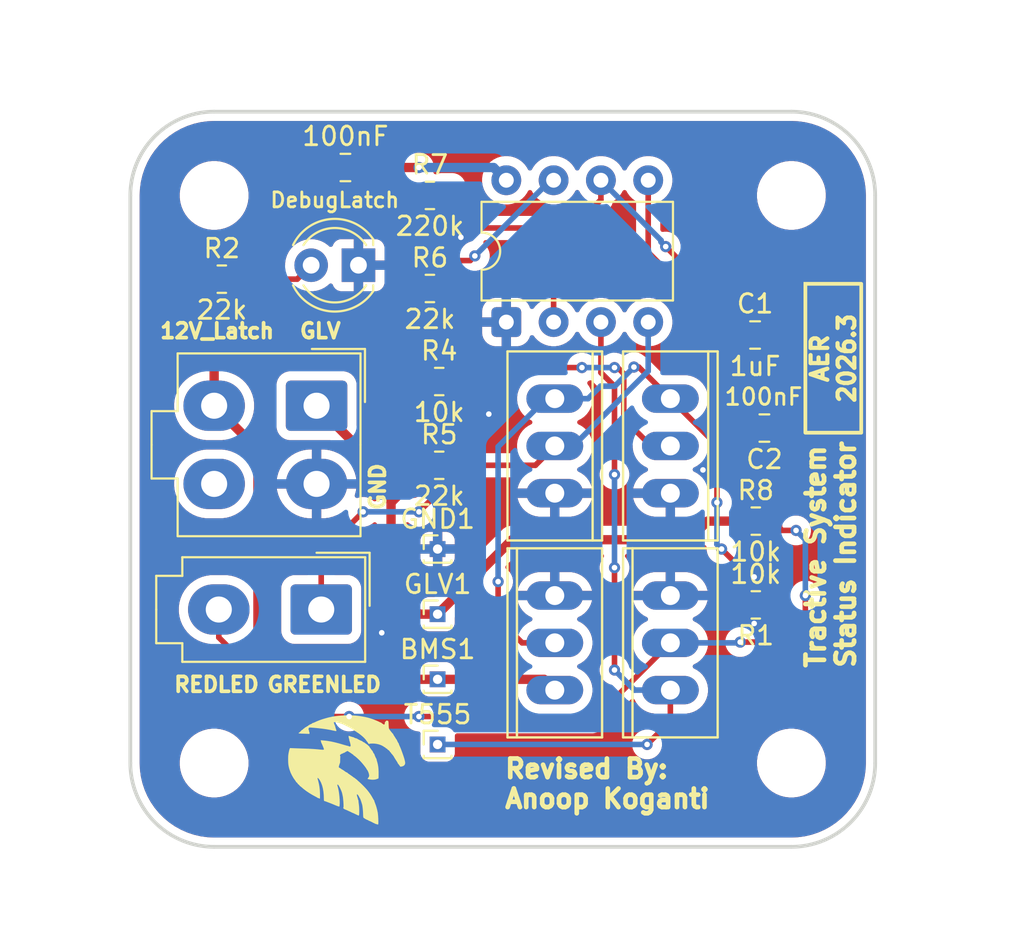
<source format=kicad_pcb>
(kicad_pcb (version 20241229) (generator "pcbnew") (generator_version "9.0")
  (layers (0 "F.Cu" signal) (2 "B.Cu" signal) (13 "F.Paste" user) (15 "B.Paste" user) (5 "F.SilkS" user "F.Silkscreen") (7 "B.SilkS" user "B.Silkscreen") (1 "F.Mask" user) (3 "B.Mask" user) (25 "Edge.Cuts" user))
  (net 0 "")
  (net 1 "Latch_12V_Safe")
  (net 2 "GND")
  (net 3 "Net-(U1-THR)")
  (net 4 "Net-(U1-CV)")
  (net 5 "GLV")
  (net 6 "GREEN_LED")
  (net 7 "RED_LED")
  (net 8 "Net-(Q1-PadIN)")
  (net 9 "Net-(D1-A)")
  (net 10 "Net-(U1-R)")
  (net 11 "Net-(U1-DIS)")
  (net 12 "Net-(T555-Pin_1)")
  (footprint "Anteater-Electric-Racing electrical-pcbs main TSSI-2026.2_KiCad_Parts_IRLZ34N:TO-220_2_" (layer "F.Cu") (at 68.5 71.46 -90)
    (property "Reference" "Q1")
    (property "Value" "IRLZ34N")
    (pad "GND" thru_hole oval (at 0 0 270) (size 1.524 3.048) (drill 1.016) (layers "*.Cu" "*.Mask") (net 6 "GREEN_LED"))
    (pad "IN" thru_hole oval (at -2.54 0 270) (size 1.524 3.048) (drill 1.016) (layers "*.Cu" "*.Mask") (net 8 "Net-(Q1-PadIN)"))
    (pad "OUT" thru_hole oval (at 2.54 0 270) (size 1.524 3.048) (drill 1.016) (layers "*.Cu" "*.Mask") (net 2 "GND"))
  )
  (footprint "Resistor_SMD:R_0805_2012Metric" (layer "F.Cu") (at 56.0875 72.5)
    (property "Reference" "R5" (at 0 -1.65 0) (layer "F.SilkS"))
    (property "Value" "22k" (at 0 1.65 0) (layer "F.SilkS"))
    (pad "1" smd roundrect (at -0.9125 0) (size 1.025 1.4) (layers "F.Cu" "F.Mask" "F.Paste") (roundrect_rratio 0.243902) (net 5 "GLV"))
    (pad "2" smd roundrect (at 0.9125 0) (size 1.025 1.4) (layers "F.Cu" "F.Mask" "F.Paste") (roundrect_rratio 0.243902) (net 10 "Net-(U1-R)"))
  )
  (footprint "Connector_PinHeader_1.00mm:PinHeader_1x01_P1.00mm_Vertical" (layer "F.Cu") (at 56 84)
    (property "Reference" "BMS1" (at 0 -1.61 0) (layer "F.SilkS"))
    (property "Value" "TestBMS")
    (pad "1" thru_hole rect (at 0 0) (size 0.85 0.85) (drill 0.5) (layers "*.Cu" "*.Mask") (net 1 "Latch_12V_Safe"))
  )
  (footprint "Connector_Molex:Molex_Mini-Fit_Jr_5566-04A2_2x02_P4.20mm_Vertical" (layer "F.Cu") (at 49.5 69.3 -90)
    (property "Reference" "J1" (hide yes))
    (property "Value" "Conn_02x02")
    (pad "1" thru_hole roundrect (at 0 0 270) (size 2.7 3.3) (drill 1.4) (layers "*.Cu" "*.Mask") (roundrect_rratio 0.092593) (net 5 "GLV"))
    (pad "2" thru_hole oval (at 4.2 0 270) (size 2.7 3.3) (drill 1.4) (layers "*.Cu" "*.Mask") (net 2 "GND"))
    (pad "3" thru_hole oval (at 0 5.5 270) (size 2.7 3.3) (drill 1.4) (layers "*.Cu" "*.Mask") (net 1 "Latch_12V_Safe"))
    (pad "4" thru_hole oval (at 4.2 5.5 270) (size 2.7 3.3) (drill 1.4) (layers "*.Cu" "*.Mask"))
  )
  (footprint "Resistor_SMD:R_0805_2012Metric" (layer "F.Cu") (at 56.0875 68)
    (property "Reference" "R4" (at 0 -1.65 0) (layer "F.SilkS"))
    (property "Value" "10k" (at 0 1.65 0) (layer "F.SilkS"))
    (pad "1" smd roundrect (at -0.9125 0) (size 1.025 1.4) (layers "F.Cu" "F.Mask" "F.Paste") (roundrect_rratio 0.243902) (net 5 "GLV"))
    (pad "2" smd roundrect (at 0.9125 0) (size 1.025 1.4) (layers "F.Cu" "F.Mask" "F.Paste") (roundrect_rratio 0.243902) (net 6 "GREEN_LED"))
  )
  (footprint "Anteater-Electric-Racing electrical-pcbs main TSSI-2026.2_KiCad_Parts_IRLZ34N:TO-220_2_" (layer "F.Cu") (at 68.5 82.04 90)
    (property "Reference" "U3")
    (property "Value" "IRLZ34N")
    (pad "GND" thru_hole oval (at 0 0 90) (size 1.524 3.048) (drill 1.016) (layers "*.Cu" "*.Mask") (net 7 "RED_LED"))
    (pad "IN" thru_hole oval (at -2.54 0 90) (size 1.524 3.048) (drill 1.016) (layers "*.Cu" "*.Mask") (net 12 "Net-(T555-Pin_1)"))
    (pad "OUT" thru_hole oval (at 2.54 0 90) (size 1.524 3.048) (drill 1.016) (layers "*.Cu" "*.Mask") (net 2 "GND"))
  )
  (footprint "Resistor_SMD:R_0805_2012Metric" (layer "F.Cu") (at 55.5875 58)
    (property "Reference" "R7" (at 0 -1.65 0) (layer "F.SilkS"))
    (property "Value" "220k" (at 0 1.65 0) (layer "F.SilkS"))
    (pad "1" smd roundrect (at -0.9125 0) (size 1.025 1.4) (layers "F.Cu" "F.Mask" "F.Paste") (roundrect_rratio 0.243902) (net 11 "Net-(U1-DIS)"))
    (pad "2" smd roundrect (at 0.9125 0) (size 1.025 1.4) (layers "F.Cu" "F.Mask" "F.Paste") (roundrect_rratio 0.243902) (net 3 "Net-(U1-THR)"))
  )
  (footprint "LOGO" (layer "F.Cu") (at 51 89)
    (property "Reference" "G***" (hide yes))
    (property "Value" "LOGO" (hide yes))
  )
  (footprint "MountingHole:MountingHole_3.2mm_M3" (layer "F.Cu") (at 44 58)
    (property "Reference" "H4")
    (property "Value" "MountingHole")
    (pad "" np_thru_hole circle (at 0 0) (size 3.2 3.2) (drill 3.2) (layers "*.Cu" "*.Mask"))
  )
  (footprint "Resistor_SMD:R_0805_2012Metric" (layer "F.Cu") (at 73.0875 80 180)
    (property "Reference" "R1" (at 0 -1.65 0) (layer "F.SilkS"))
    (property "Value" "10k" (at 0 1.65 0) (layer "F.SilkS"))
    (pad "1" smd roundrect (at -0.9125 0 180) (size 1.025 1.4) (layers "F.Cu" "F.Mask" "F.Paste") (roundrect_rratio 0.243902) (net 5 "GLV"))
    (pad "2" smd roundrect (at 0.9125 0 180) (size 1.025 1.4) (layers "F.Cu" "F.Mask" "F.Paste") (roundrect_rratio 0.243902) (net 8 "Net-(Q1-PadIN)"))
  )
  (footprint "Capacitor_SMD:C_0805_2012Metric" (layer "F.Cu") (at 73.55 70.5 180)
    (property "Reference" "C2" (at 0 -1.68 0) (layer "F.SilkS"))
    (property "Value" "100nF" (at 0.05 1.68 0) (layer "F.SilkS") (effects (font (size 0.9 0.9))))
    (pad "1" smd roundrect (at -0.95 0 180) (size 1 1.45) (layers "F.Cu" "F.Mask" "F.Paste") (net 4 "Net-(U1-CV)"))
    (pad "2" smd roundrect (at 0.95 0 180) (size 1 1.45) (layers "F.Cu" "F.Mask" "F.Paste") (net 2 "GND"))
  )
  (footprint "Resistor_SMD:R_0805_2012Metric" (layer "F.Cu") (at 55.5875 63)
    (property "Reference" "R6" (at 0 -1.65 0) (layer "F.SilkS"))
    (property "Value" "22k" (at 0 1.65 0) (layer "F.SilkS"))
    (pad "1" smd roundrect (at -0.9125 0) (size 1.025 1.4) (layers "F.Cu" "F.Mask" "F.Paste") (roundrect_rratio 0.243902) (net 5 "GLV"))
    (pad "2" smd roundrect (at 0.9125 0) (size 1.025 1.4) (layers "F.Cu" "F.Mask" "F.Paste") (roundrect_rratio 0.243902) (net 11 "Net-(U1-DIS)"))
  )
  (footprint "MountingHole:MountingHole_3.2mm_M3" (layer "F.Cu") (at 75 88.5)
    (property "Reference" "H2")
    (property "Value" "MountingHole")
    (pad "" np_thru_hole circle (at 0 0) (size 3.2 3.2) (drill 3.2) (layers "*.Cu" "*.Mask"))
  )
  (footprint "Resistor_SMD:R_0805_2012Metric" (layer "F.Cu") (at 44.4125 62.5)
    (property "Reference" "R2" (at 0 -1.65 0) (layer "F.SilkS"))
    (property "Value" "22k" (at 0 1.65 0) (layer "F.SilkS"))
    (pad "1" smd roundrect (at -0.9125 0) (size 1.025 1.4) (layers "F.Cu" "F.Mask" "F.Paste") (roundrect_rratio 0.243902) (net 1 "Latch_12V_Safe"))
    (pad "2" smd roundrect (at 0.9125 0) (size 1.025 1.4) (layers "F.Cu" "F.Mask" "F.Paste") (roundrect_rratio 0.243902) (net 9 "Net-(D1-A)"))
  )
  (footprint "Connector_PinHeader_1.00mm:PinHeader_1x01_P1.00mm_Vertical" (layer "F.Cu") (at 56 77)
    (property "Reference" "GND1" (at 0 -1.61 0) (layer "F.SilkS"))
    (property "Value" "TestGND")
    (pad "1" thru_hole rect (at 0 0) (size 0.85 0.85) (drill 0.5) (layers "*.Cu" "*.Mask") (net 2 "GND"))
  )
  (footprint "Capacitor_SMD:C_0805_2012Metric" (layer "F.Cu") (at 73.05 65.5)
    (property "Reference" "C1" (at 0 -1.68 0) (layer "F.SilkS"))
    (property "Value" "1uF" (at 0 1.68 0) (layer "F.SilkS"))
    (pad "1" smd roundrect (at -0.95 0) (size 1 1.45) (layers "F.Cu" "F.Mask" "F.Paste") (net 3 "Net-(U1-THR)"))
    (pad "2" smd roundrect (at 0.95 0) (size 1 1.45) (layers "F.Cu" "F.Mask" "F.Paste") (net 2 "GND"))
  )
  (footprint "Connector_PinHeader_1.00mm:PinHeader_1x01_P1.00mm_Vertical" (layer "F.Cu") (at 56 80.5)
    (property "Reference" "GLV1" (at 0 -1.61 0) (layer "F.SilkS"))
    (property "Value" "TestGLV")
    (pad "1" thru_hole rect (at 0 0) (size 0.85 0.85) (drill 0.5) (layers "*.Cu" "*.Mask") (net 5 "GLV"))
  )
  (footprint "LED_THT:LED_D4.0mm" (layer "F.Cu") (at 51.75 61.75 180)
    (property "Reference" "DebugLatch" (at 1.27 3.5 0) (layer "F.SilkS") (effects (font (size 0.8 0.8))))
    (property "Value" "DEBUGLatch")
    (pad "1" thru_hole rect (at 0 0 180) (size 1.8 1.8) (drill 0.9) (layers "*.Cu" "*.Mask") (net 2 "GND"))
    (pad "2" thru_hole circle (at 2.54 0 180) (size 1.8 1.8) (drill 0.9) (layers "*.Cu" "*.Mask") (net 9 "Net-(D1-A)"))
  )
  (footprint "Resistor_SMD:R_0805_2012Metric" (layer "F.Cu") (at 73.0875 75.5)
    (property "Reference" "R8" (at 0 -1.65 0) (layer "F.SilkS"))
    (property "Value" "10k" (at 0 1.65 0) (layer "F.SilkS"))
    (pad "1" smd roundrect (at -0.9125 0) (size 1.025 1.4) (layers "F.Cu" "F.Mask" "F.Paste") (roundrect_rratio 0.243902) (net 5 "GLV"))
    (pad "2" smd roundrect (at 0.9125 0) (size 1.025 1.4) (layers "F.Cu" "F.Mask" "F.Paste") (roundrect_rratio 0.243902) (net 7 "RED_LED"))
  )
  (footprint "Connector_PinHeader_1.00mm:PinHeader_1x01_P1.00mm_Vertical" (layer "F.Cu") (at 56 87.5)
    (property "Reference" "T555" (at 0 -1.61 0) (layer "F.SilkS"))
    (property "Value" "Test555")
    (pad "1" thru_hole rect (at 0 0) (size 0.85 0.85) (drill 0.5) (layers "*.Cu" "*.Mask") (net 12 "Net-(T555-Pin_1)"))
  )
  (footprint "Anteater-Electric-Racing electrical-pcbs main TSSI-2026.2_KiCad_Parts_IRLZ34N:TO-220_2_" (layer "F.Cu") (at 62.293 71.46 -90)
    (property "Reference" "Q2")
    (property "Value" "IRLZ34N")
    (pad "GND" thru_hole oval (at 0 0 270) (size 1.524 3.048) (drill 1.016) (layers "*.Cu" "*.Mask") (net 10 "Net-(U1-R)"))
    (pad "IN" thru_hole oval (at -2.54 0 270) (size 1.524 3.048) (drill 1.016) (layers "*.Cu" "*.Mask") (net 8 "Net-(Q1-PadIN)"))
    (pad "OUT" thru_hole oval (at 2.54 0 270) (size 1.524 3.048) (drill 1.016) (layers "*.Cu" "*.Mask") (net 2 "GND"))
  )
  (footprint "Capacitor_SMD:C_0805_2012Metric" (layer "F.Cu") (at 51.05 56.5 180)
    (property "Reference" "C3" (hide yes))
    (property "Value" "100nF" (at 0 1.68 0) (layer "F.SilkS"))
    (pad "1" smd roundrect (at -0.95 0 180) (size 1 1.45) (layers "F.Cu" "F.Mask" "F.Paste") (net 5 "GLV"))
    (pad "2" smd roundrect (at 0.95 0 180) (size 1 1.45) (layers "F.Cu" "F.Mask" "F.Paste") (net 2 "GND"))
  )
  (footprint "Anteater-Electric-Racing electrical-pcbs main TSSI-2026.2_KiCad_Parts_IRLZ34N:TO-220_2_" (layer "F.Cu") (at 62.293 82.04 90)
    (property "Reference" "Q3")
    (property "Value" "IRLZ34N")
    (pad "GND" thru_hole oval (at 0 0 90) (size 1.524 3.048) (drill 1.016) (layers "*.Cu" "*.Mask") (net 8 "Net-(Q1-PadIN)"))
    (pad "IN" thru_hole oval (at -2.54 0 90) (size 1.524 3.048) (drill 1.016) (layers "*.Cu" "*.Mask") (net 1 "Latch_12V_Safe"))
    (pad "OUT" thru_hole oval (at 2.54 0 90) (size 1.524 3.048) (drill 1.016) (layers "*.Cu" "*.Mask") (net 2 "GND"))
  )
  (footprint "Connector_Molex:Molex_Mini-Fit_Jr_5566-02A_2x01_P4.20mm_Vertical" (layer "F.Cu") (at 49.75 80.25 -90)
    (property "Reference" "J2" (hide yes))
    (property "Value" "Conn_01x02")
    (pad "1" thru_hole roundrect (at 0 0 270) (size 2.7 3.3) (drill 1.4) (layers "*.Cu" "*.Mask") (roundrect_rratio 0.092593) (net 6 "GREEN_LED"))
    (pad "2" thru_hole oval (at 0 5.5 270) (size 2.7 3.3) (drill 1.4) (layers "*.Cu" "*.Mask") (net 7 "RED_LED"))
  )
  (footprint "MountingHole:MountingHole_3.2mm_M3" (layer "F.Cu") (at 75 58)
    (property "Reference" "H1")
    (property "Value" "MountingHole")
    (pad "" np_thru_hole circle (at 0 0) (size 3.2 3.2) (drill 3.2) (layers "*.Cu" "*.Mask"))
  )
  (footprint "Package_DIP:DIP-8_W7.62mm" (layer "F.Cu") (at 59.69 64.805 90)
    (property "Reference" "U1")
    (property "Value" "LM555xN")
    (pad "1" thru_hole roundrect (at 0 0 90) (size 1.6 1.6) (drill 0.8) (layers "*.Cu" "*.Mask") (roundrect_rratio 0.15625) (net 2 "GND"))
    (pad "2" thru_hole circle (at 0 2.54 90) (size 1.6 1.6) (drill 0.8) (layers "*.Cu" "*.Mask") (net 3 "Net-(U1-THR)"))
    (pad "3" thru_hole circle (at 0 5.08 90) (size 1.6 1.6) (drill 0.8) (layers "*.Cu" "*.Mask") (net 12 "Net-(T555-Pin_1)"))
    (pad "4" thru_hole circle (at 0 7.62 90) (size 1.6 1.6) (drill 0.8) (layers "*.Cu" "*.Mask") (net 10 "Net-(U1-R)"))
    (pad "5" thru_hole circle (at 7.62 7.62 90) (size 1.6 1.6) (drill 0.8) (layers "*.Cu" "*.Mask") (net 4 "Net-(U1-CV)"))
    (pad "6" thru_hole circle (at 7.62 5.08 90) (size 1.6 1.6) (drill 0.8) (layers "*.Cu" "*.Mask") (net 3 "Net-(U1-THR)"))
    (pad "7" thru_hole circle (at 7.62 2.54 90) (size 1.6 1.6) (drill 0.8) (layers "*.Cu" "*.Mask") (net 11 "Net-(U1-DIS)"))
    (pad "8" thru_hole circle (at 7.62 0 90) (size 1.6 1.6) (drill 0.8) (layers "*.Cu" "*.Mask") (net 5 "GLV"))
  )
  (footprint "MountingHole:MountingHole_3.2mm_M3" (layer "F.Cu") (at 44 88.5)
    (property "Reference" "H3")
    (property "Value" "MountingHole")
    (pad "" np_thru_hole circle (at 0 0) (size 3.2 3.2) (drill 3.2) (layers "*.Cu" "*.Mask"))
  )
  (gr_rect (start 75.75 62.75) (end 78.75 70.75) (stroke (width 0.2)) (fill no) (layer "F.SilkS"))
  (gr_arc (start 44 93) (mid 40.818019 91.681981) (end 39.5 88.5) (stroke (width 0.2)) (layer "Edge.Cuts"))
  (gr_line (start 79.5 58) (end 79.5 88.5) (stroke (width 0.2)) (layer "Edge.Cuts"))
  (gr_arc (start 79.5 88.5) (mid 78.181981 91.681981) (end 75 93) (stroke (width 0.2)) (layer "Edge.Cuts"))
  (gr_line (start 39.5 88.5) (end 39.5 58) (stroke (width 0.2)) (layer "Edge.Cuts"))
  (gr_line (start 75 93) (end 44 93) (stroke (width 0.2)) (layer "Edge.Cuts"))
  (gr_line (start 44 53.5) (end 75 53.5) (stroke (width 0.2)) (layer "Edge.Cuts"))
  (gr_arc (start 75 53.5) (mid 78.181981 54.818019) (end 79.5 58) (stroke (width 0.2)) (layer "Edge.Cuts"))
  (gr_arc (start 39.5 58) (mid 40.818019 54.818019) (end 44 53.5) (stroke (width 0.2)) (layer "Edge.Cuts"))
  (gr_text "REDLED" (at 41.75 84.75 0) (layer "F.SilkS") (effects (font (size 0.8 0.8) (thickness 0.2) (bold yes)) (justify left bottom)))
  (gr_text "AER\n2026.3" (at 78.5 66.75 90) (layer "F.SilkS") (effects (font (size 0.9 0.9) (thickness 0.225) (bold yes)) (justify bottom)))
  (gr_text "Tractive System\nStatus Indicator" (at 78.5 83.5 90) (layer "F.SilkS") (effects (font (size 1 1) (thickness 0.25) (bold yes)) (justify left bottom)))
  (gr_text "Revised By:\nAnoop Koganti" (at 59.5 91 0) (layer "F.SilkS") (effects (font (size 1 1) (thickness 0.25) (bold yes)) (justify left bottom)))
  (gr_text "GREENLED" (at 46.75 84.75 0) (layer "F.SilkS") (effects (font (size 0.8 0.8) (thickness 0.2) (bold yes)) (justify left bottom)))
  (gr_text "GND" (at 53.25 75 90) (layer "F.SilkS") (effects (font (size 0.8 0.8) (thickness 0.2) (bold yes)) (justify left bottom)))
  (gr_text "12V_Latch" (at 41 65.75 0) (layer "F.SilkS") (effects (font (size 0.8 0.8) (thickness 0.2) (bold yes)) (justify left bottom)))
  (gr_text "GLV" (at 48.5 65.75 0) (layer "F.SilkS") (effects (font (size 0.8 0.8) (thickness 0.2) (bold yes)) (justify left bottom)))
  (segment (start 46.351 81.849292) (end 46.351 71.651) (width 0.5) (layer "F.Cu") (net 1))
  (segment (start 46.351 71.651) (end 44 69.3) (width 0.5) (layer "F.Cu") (net 1))
  (segment (start 44 63) (end 43.5 62.5) (width 0.5) (layer "F.Cu") (net 1))
  (segment (start 44 69.3) (end 44 63) (width 0.5) (layer "F.Cu") (net 1))
  (segment (start 61.713 84) (end 62.293 84.58) (width 0.5) (layer "F.Cu") (net 1))
  (segment (start 48.501708 84) (end 46.351 81.849292) (width 0.5) (layer "F.Cu") (net 1))
  (segment (start 56 84) (end 48.501708 84) (width 0.5) (layer "F.Cu") (net 1))
  (segment (start 56 84) (end 61.713 84) (width 0.5) (layer "F.Cu") (net 1))
  (via (at 57.25 60.25) (size 0.6) (drill 0.3) (layers "F.Cu" "B.Cu") (net 2))
  (via (at 53 81.5) (size 0.6) (drill 0.3) (layers "F.Cu" "B.Cu") (net 2))
  (via (at 58.75 69.75) (size 0.6) (drill 0.3) (layers "F.Cu" "B.Cu") (net 2))
  (via (at 70.25 72.75) (size 0.6) (drill 0.3) (layers "F.Cu" "B.Cu") (net 2))
  (via (at 73 78.5) (size 0.6) (drill 0.3) (layers "F.Cu" "B.Cu") (net 2))
  (via (at 73 81) (size 0.6) (drill 0.3) (layers "F.Cu" "B.Cu") (net 2))
  (segment (start 58.25 59.75) (end 62.23 59.75) (width 0.3) (layer "F.Cu") (net 3))
  (segment (start 64.77 58.23) (end 64.77 57.185) (width 0.3) (layer "F.Cu") (net 3))
  (segment (start 62.23 59.75) (end 62.23 64.805) (width 0.3) (layer "F.Cu") (net 3))
  (segment (start 72.1 64.6) (end 68.25 60.75) (width 0.3) (layer "F.Cu") (net 3))
  (segment (start 56.5 58) (end 58.25 59.75) (width 0.3) (layer "F.Cu") (net 3))
  (segment (start 63.25 59.75) (end 64.77 58.23) (width 0.3) (layer "F.Cu") (net 3))
  (segment (start 62.23 59.75) (end 63.25 59.75) (width 0.3) (layer "F.Cu") (net 3))
  (segment (start 72.1 65.5) (end 72.1 64.6) (width 0.3) (layer "F.Cu") (net 3))
  (via (at 68.25 60.75) (size 0.6) (drill 0.3) (layers "F.Cu" "B.Cu") (net 3))
  (segment (start 68 60.415) (end 64.77 57.185) (width 0.3) (layer "B.Cu") (net 3))
  (segment (start 68 60.5) (end 68 60.415) (width 0.3) (layer "B.Cu") (net 3))
  (segment (start 68.25 60.75) (end 68 60.5) (width 0.3) (layer "B.Cu") (net 3))
  (segment (start 70 63.75) (end 70 66.5) (width 0.3) (layer "F.Cu") (net 4))
  (segment (start 67.31 61.06) (end 70 63.75) (width 0.3) (layer "F.Cu") (net 4))
  (segment (start 70 66.5) (end 71.25 67.75) (width 0.3) (layer "F.Cu") (net 4))
  (segment (start 74 67.75) (end 74.5 68.25) (width 0.3) (layer "F.Cu") (net 4))
  (segment (start 71.25 67.75) (end 74 67.75) (width 0.3) (layer "F.Cu") (net 4))
  (segment (start 67.31 57.185) (end 67.31 61.06) (width 0.3) (layer "F.Cu") (net 4))
  (segment (start 74.5 68.25) (end 74.5 70.5) (width 0.3) (layer "F.Cu") (net 4))
  (segment (start 74 78) (end 74 80) (width 0.5) (layer "F.Cu") (net 5))
  (segment (start 55.175 73.575) (end 55.175 72.5) (width 0.5) (layer "F.Cu") (net 5))
  (segment (start 72.175 76.175) (end 74 78) (width 0.5) (layer "F.Cu") (net 5))
  (segment (start 52 56.5) (end 53.25 57.75) (width 0.5) (layer "F.Cu") (net 5))
  (segment (start 70.5 75.5) (end 72.175 75.5) (width 0.5) (layer "F.Cu") (net 5))
  (segment (start 53.5 73.3) (end 53.5 74.5) (width 0.5) (layer "F.Cu") (net 5))
  (segment (start 53.5 74.5) (end 53.5 79) (width 0.5) (layer "F.Cu") (net 5))
  (segment (start 55.175 67.325) (end 54.675 66.825) (width 0.5) (layer "F.Cu") (net 5))
  (segment (start 55 80.5) (end 56 80.5) (width 0.5) (layer "F.Cu") (net 5))
  (segment (start 55.175 72.5) (end 55.175 68) (width 0.5) (layer "F.Cu") (net 5))
  (segment (start 54.75 74) (end 55.175 73.575) (width 0.5) (layer "F.Cu") (net 5))
  (segment (start 72.175 75.5) (end 72.175 76.175) (width 0.5) (layer "F.Cu") (net 5))
  (segment (start 55.175 68) (end 55.175 67.325) (width 0.5) (layer "F.Cu") (net 5))
  (segment (start 54.675 66.825) (end 54.675 63) (width 0.5) (layer "F.Cu") (net 5))
  (segment (start 52 56.5) (end 55 56.5) (width 0.5) (layer "F.Cu") (net 5))
  (segment (start 56 80.5) (end 60 76.5) (width 0.5) (layer "F.Cu") (net 5))
  (segment (start 54.675 60.425) (end 54.675 63) (width 0.5) (layer "F.Cu") (net 5))
  (segment (start 53.5 79) (end 55 80.5) (width 0.5) (layer "F.Cu") (net 5))
  (segment (start 53.5 74.5) (end 54 74) (width 0.5) (layer "F.Cu") (net 5))
  (segment (start 60 76.5) (end 69.5 76.5) (width 0.5) (layer "F.Cu") (net 5))
  (segment (start 54 74) (end 54.75 74) (width 0.5) (layer "F.Cu") (net 5))
  (segment (start 53.25 57.75) (end 53.25 59) (width 0.5) (layer "F.Cu") (net 5))
  (segment (start 53.25 59) (end 54.675 60.425) (width 0.5) (layer "F.Cu") (net 5))
  (segment (start 49.5 69.3) (end 53.5 73.3) (width 0.5) (layer "F.Cu") (net 5))
  (segment (start 69.5 76.5) (end 70.5 75.5) (width 0.5) (layer "F.Cu") (net 5))
  (via (at 55 56.5) (size 0.6) (drill 0.3) (layers "F.Cu" "B.Cu") (net 5))
  (segment (start 55 56.5) (end 59.005 56.5) (width 0.5) (layer "B.Cu") (net 5))
  (segment (start 59.005 56.5) (end 59.69 57.185) (width 0.5) (layer "B.Cu") (net 5))
  (segment (start 57.75 67.25) (end 63.75 67.25) (width 0.3) (layer "F.Cu") (net 6))
  (segment (start 49.75 77.25) (end 49.75 80.25) (width 0.3) (layer "F.Cu") (net 6))
  (segment (start 65.67 67.25) (end 66 67.58) (width 0.3) (layer "F.Cu") (net 6))
  (segment (start 66 67.58) (end 66 70) (width 0.3) (layer "F.Cu") (net 6))
  (segment (start 49.75 77.25) (end 52 75) (width 0.3) (layer "F.Cu") (net 6))
  (segment (start 56.1365 68.8635) (end 57 68) (width 0.3) (layer "F.Cu") (net 6))
  (segment (start 57 68) (end 57.75 67.25) (width 0.3) (layer "F.Cu") (net 6))
  (segment (start 65.5 67.25) (end 65.67 67.25) (width 0.3) (layer "F.Cu") (net 6))
  (segment (start 67.46 71.46) (end 68.5 71.46) (width 0.3) (layer "F.Cu") (net 6))
  (segment (start 55 75) (end 56.1365 73.8635) (width 0.3) (layer "F.Cu") (net 6))
  (segment (start 66 70) (end 67.46 71.46) (width 0.3) (layer "F.Cu") (net 6))
  (segment (start 56.1365 73.8635) (end 56.1365 68.8635) (width 0.3) (layer "F.Cu") (net 6))
  (via (at 63.75 67.25) (size 0.6) (drill 0.3) (layers "F.Cu" "B.Cu") (net 6))
  (via (at 52 75) (size 0.6) (drill 0.3) (layers "F.Cu" "B.Cu") (net 6))
  (via (at 65.5 67.25) (size 0.6) (drill 0.3) (layers "F.Cu" "B.Cu") (net 6))
  (via (at 55 75) (size 0.6) (drill 0.3) (layers "F.Cu" "B.Cu") (net 6))
  (segment (start 63.75 67.25) (end 65.5 67.25) (width 0.3) (layer "B.Cu") (net 6))
  (segment (start 52 75) (end 55 75) (width 0.3) (layer "B.Cu") (net 6))
  (segment (start 57 86.25) (end 56.75 86) (width 0.3) (layer "F.Cu") (net 7))
  (segment (start 48.5 86) (end 44.25 81.75) (width 0.3) (layer "F.Cu") (net 7))
  (segment (start 75 82) (end 75.5 81.5) (width 0.3) (layer "F.Cu") (net 7))
  (segment (start 75.75 81.25) (end 75.75 79.5) (width 0.3) (layer "F.Cu") (net 7))
  (segment (start 64.29 86.25) (end 57 86.25) (width 0.3) (layer "F.Cu") (net 7))
  (segment (start 48.5 86) (end 51.25 86) (width 0.3) (layer "F.Cu") (net 7))
  (segment (start 75.5 81.5) (end 75.75 81.25) (width 0.3) (layer "F.Cu") (net 7))
  (segment (start 56.75 86) (end 55 86) (width 0.3) (layer "F.Cu") (net 7))
  (segment (start 72.25 82) (end 75 82) (width 0.3) (layer "F.Cu") (net 7))
  (segment (start 75.25 76) (end 74.5 76) (width 0.3) (layer "F.Cu") (net 7))
  (segment (start 44.25 81.75) (end 44.25 80.25) (width 0.3) (layer "F.Cu") (net 7))
  (segment (start 68.5 82.04) (end 64.29 86.25) (width 0.3) (layer "F.Cu") (net 7))
  (segment (start 74.5 76) (end 74 75.5) (width 0.3) (layer "F.Cu") (net 7))
  (via (at 51.25 86) (size 0.6) (drill 0.3) (layers "F.Cu" "B.Cu") (net 7))
  (via (at 75.25 76) (size 0.6) (drill 0.3) (layers "F.Cu" "B.Cu") (net 7))
  (via (at 72.25 82) (size 0.6) (drill 0.3) (layers "F.Cu" "B.Cu") (net 7))
  (via (at 75.75 79.5) (size 0.6) (drill 0.3) (layers "F.Cu" "B.Cu") (net 7))
  (via (at 55 86) (size 0.6) (drill 0.3) (layers "F.Cu" "B.Cu") (net 7))
  (segment (start 68.5 82.04) (end 72.21 82.04) (width 0.3) (layer "B.Cu") (net 7))
  (segment (start 75.75 76.5) (end 75.25 76) (width 0.3) (layer "B.Cu") (net 7))
  (segment (start 72.21 82.04) (end 72.25 82) (width 0.3) (layer "B.Cu") (net 7))
  (segment (start 55 86) (end 51.25 86) (width 0.3) (layer "B.Cu") (net 7))
  (segment (start 75.75 79.5) (end 75.75 76.5) (width 0.3) (layer "B.Cu") (net 7))
  (segment (start 72.175 77.925) (end 72.175 80) (width 0.3) (layer "F.Cu") (net 8))
  (segment (start 68.5 68.92) (end 71 71.42) (width 0.3) (layer "F.Cu") (net 8))
  (segment (start 71 71.42) (end 71 74.5) (width 0.3) (layer "F.Cu") (net 8))
  (segment (start 66.801952 67.221952) (end 68.5 68.92) (width 0.3) (layer "F.Cu") (net 8))
  (segment (start 71.25 77) (end 72.175 77.925) (width 0.3) (layer "F.Cu") (net 8))
  (segment (start 62.293 82.04) (end 60.54 82.04) (width 0.3) (layer "F.Cu") (net 8))
  (segment (start 59.25 80.75) (end 59.25 78.75) (width 0.3) (layer "F.Cu") (net 8))
  (segment (start 60.54 82.04) (end 59.25 80.75) (width 0.3) (layer "F.Cu") (net 8))
  (segment (start 66.542497 67.221952) (end 66.801952 67.221952) (width 0.3) (layer "F.Cu") (net 8))
  (via (at 71.25 77) (size 0.6) (drill 0.3) (layers "F.Cu" "B.Cu") (net 8))
  (via (at 66.542497 67.221952) (size 0.6) (drill 0.3) (layers "F.Cu" "B.Cu") (net 8))
  (via (at 71 74.5) (size 0.6) (drill 0.3) (layers "F.Cu" "B.Cu") (net 8))
  (via (at 59.25 78.75) (size 0.6) (drill 0.3) (layers "F.Cu" "B.Cu") (net 8))
  (segment (start 71 76.75) (end 71.25 77) (width 0.3) (layer "B.Cu") (net 8))
  (segment (start 61.83 68.92) (end 62.293 68.92) (width 0.3) (layer "B.Cu") (net 8))
  (segment (start 62.293 68.92) (end 64.08 68.92) (width 0.3) (layer "B.Cu") (net 8))
  (segment (start 64.75 68.25) (end 65.514449 68.25) (width 0.3) (layer "B.Cu") (net 8))
  (segment (start 59.25 78.75) (end 59.25 71.5) (width 0.3) (layer "B.Cu") (net 8))
  (segment (start 65.514449 68.25) (end 66.542497 67.221952) (width 0.3) (layer "B.Cu") (net 8))
  (segment (start 71 74.5) (end 71 76.75) (width 0.3) (layer "B.Cu") (net 8))
  (segment (start 64.08 68.92) (end 64.75 68.25) (width 0.3) (layer "B.Cu") (net 8))
  (segment (start 59.25 71.5) (end 61.83 68.92) (width 0.3) (layer "B.Cu") (net 8))
  (segment (start 48.46 62.5) (end 49.21 61.75) (width 0.3) (layer "F.Cu") (net 9))
  (segment (start 45.325 62.5) (end 48.46 62.5) (width 0.3) (layer "F.Cu") (net 9))
  (segment (start 57 72.5) (end 61.253 72.5) (width 0.3) (layer "F.Cu") (net 10))
  (segment (start 61.253 72.5) (end 62.293 71.46) (width 0.3) (layer "F.Cu") (net 10))
  (segment (start 62.293 71.46) (end 63.29 71.46) (width 0.3) (layer "B.Cu") (net 10))
  (segment (start 67.31 67.44) (end 67.31 64.805) (width 0.3) (layer "B.Cu") (net 10))
  (segment (start 63.29 71.46) (end 67.31 67.44) (width 0.3) (layer "B.Cu") (net 10))
  (segment (start 57.75 61.5) (end 56.5 61.5) (width 0.3) (layer "F.Cu") (net 11))
  (segment (start 55.75 59.075) (end 55.75 61.25) (width 0.3) (layer "F.Cu") (net 11))
  (segment (start 54.675 58.175) (end 54.675 58) (width 0.3) (layer "F.Cu") (net 11))
  (segment (start 56 61.5) (end 56.5 61.5) (width 0.3) (layer "F.Cu") (net 11))
  (segment (start 56.5 63) (end 56.5 61.5) (width 0.3) (layer "F.Cu") (net 11))
  (segment (start 55.75 61.25) (end 56 61.5) (width 0.3) (layer "F.Cu") (net 11))
  (segment (start 54.675 58) (end 55.75 59.075) (width 0.3) (layer "F.Cu") (net 11))
  (segment (start 58 61.25) (end 57.75 61.5) (width 0.3) (layer "F.Cu") (net 11))
  (via (at 58 61.25) (size 0.6) (drill 0.3) (layers "F.Cu" "B.Cu") (net 11))
  (segment (start 62.23 57.185) (end 62.065 57.185) (width 0.3) (layer "B.Cu") (net 11))
  (segment (start 62.065 57.185) (end 58 61.25) (width 0.3) (layer "B.Cu") (net 11))
  (segment (start 64.77 67.52) (end 64.77 64.805) (width 0.3) (layer "F.Cu") (net 12))
  (segment (start 65.5 83.5) (end 65.5 78) (width 0.3) (layer "F.Cu") (net 12))
  (segment (start 65.5 68.25) (end 64.77 67.52) (width 0.3) (layer "F.Cu") (net 12))
  (segment (start 68.5 86.25) (end 67.25 87.5) (width 0.3) (layer "F.Cu") (net 12))
  (segment (start 65.5 73) (end 65.5 68.25) (width 0.3) (layer "F.Cu") (net 12))
  (segment (start 68.5 84.58) (end 68.5 86.25) (width 0.3) (layer "F.Cu") (net 12))
  (via (at 65.5 83.5) (size 0.6) (drill 0.3) (layers "F.Cu" "B.Cu") (net 12))
  (via (at 67.25 87.5) (size 0.6) (drill 0.3) (layers "F.Cu" "B.Cu") (net 12))
  (via (at 65.5 73) (size 0.6) (drill 0.3) (layers "F.Cu" "B.Cu") (net 12))
  (via (at 65.5 78) (size 0.6) (drill 0.3) (layers "F.Cu" "B.Cu") (net 12))
  (segment (start 66.58 84.58) (end 65.5 83.5) (width 0.3) (layer "B.Cu") (net 12))
  (segment (start 65.5 78) (end 65.5 74.5) (width 0.3) (layer "B.Cu") (net 12))
  (segment (start 65.5 74.5) (end 65.5 73) (width 0.3) (layer "B.Cu") (net 12))
  (segment (start 67.25 87.5) (end 56 87.5) (width 0.3) (layer "B.Cu") (net 12))
  (segment (start 68.5 84.58) (end 66.58 84.58) (width 0.3) (layer "B.Cu") (net 12))
  (zone (net 2) (net_name "GND") (layers "F.Cu" "B.Cu") (name "GND") (connect_pads (clearance 0.5)) (min_thickness 0.25) (fill yes (thermal_gap 0.5) (thermal_bridge_width 0.5) (island_removal_mode 1) (island_area_min 10))
    (polygon (pts (xy 32.5 48) (xy 86.5 47.5) (xy 87.5 96.5) (xy 32.5 98.5)))
  )
)
</source>
